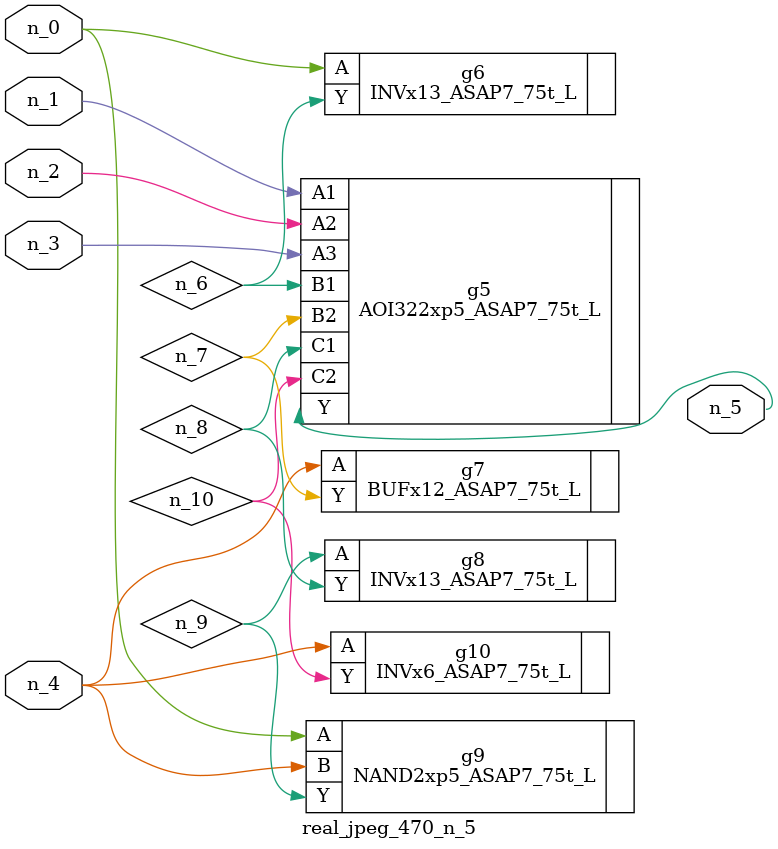
<source format=v>
module real_jpeg_470_n_5 (n_4, n_0, n_1, n_2, n_3, n_5);

input n_4;
input n_0;
input n_1;
input n_2;
input n_3;

output n_5;

wire n_8;
wire n_6;
wire n_7;
wire n_10;
wire n_9;

INVx13_ASAP7_75t_L g6 ( 
.A(n_0),
.Y(n_6)
);

NAND2xp5_ASAP7_75t_L g9 ( 
.A(n_0),
.B(n_4),
.Y(n_9)
);

AOI322xp5_ASAP7_75t_L g5 ( 
.A1(n_1),
.A2(n_2),
.A3(n_3),
.B1(n_6),
.B2(n_7),
.C1(n_8),
.C2(n_10),
.Y(n_5)
);

BUFx12_ASAP7_75t_L g7 ( 
.A(n_4),
.Y(n_7)
);

INVx6_ASAP7_75t_L g10 ( 
.A(n_4),
.Y(n_10)
);

INVx13_ASAP7_75t_L g8 ( 
.A(n_9),
.Y(n_8)
);


endmodule
</source>
